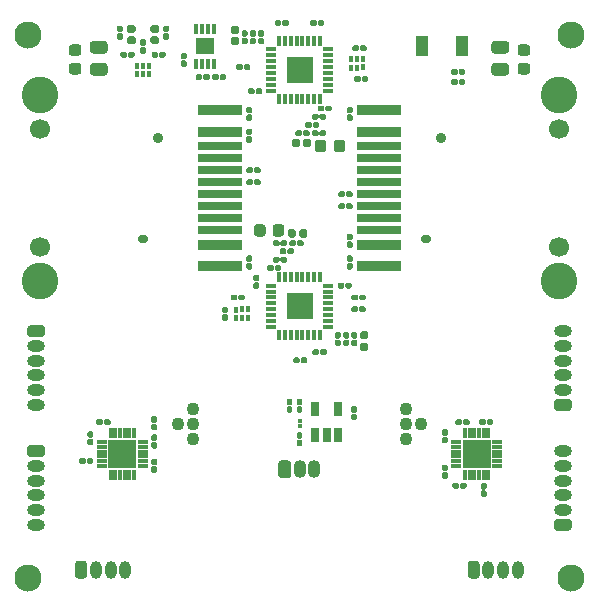
<source format=gbs>
%TF.GenerationSoftware,KiCad,Pcbnew,(5.1.6)-1*%
%TF.CreationDate,2021-04-12T15:21:16+02:00*%
%TF.ProjectId,EcatExBrd,45636174-4578-4427-9264-2e6b69636164,1.0*%
%TF.SameCoordinates,Original*%
%TF.FileFunction,Soldermask,Bot*%
%TF.FilePolarity,Negative*%
%FSLAX46Y46*%
G04 Gerber Fmt 4.6, Leading zero omitted, Abs format (unit mm)*
G04 Created by KiCad (PCBNEW (5.1.6)-1) date 2021-04-12 15:21:16*
%MOMM*%
%LPD*%
G01*
G04 APERTURE LIST*
%ADD10R,0.304000X0.806399*%
%ADD11R,0.806399X0.304000*%
%ADD12R,2.487600X2.487600*%
%ADD13O,0.900000X0.700000*%
%ADD14C,0.900000*%
%ADD15R,0.400000X0.900000*%
%ADD16R,0.900000X0.400000*%
%ADD17R,2.300000X2.300000*%
%ADD18C,3.100000*%
%ADD19C,1.700000*%
%ADD20R,3.700000X0.910000*%
%ADD21R,3.700000X0.710000*%
%ADD22R,0.350000X0.550000*%
%ADD23R,0.350000X0.500000*%
%ADD24R,0.380000X0.300000*%
%ADD25C,2.300000*%
%ADD26O,1.100000X1.500000*%
%ADD27O,1.000000X1.500000*%
%ADD28O,1.500000X1.000000*%
%ADD29R,1.000000X1.800000*%
%ADD30R,0.750000X1.160000*%
%ADD31R,1.600000X1.400000*%
%ADD32R,0.400000X0.850000*%
%ADD33C,1.100000*%
G04 APERTURE END LIST*
D10*
%TO.C,U10*%
X109000000Y-85749800D03*
X109400002Y-85749800D03*
X109800001Y-85749800D03*
X110200001Y-85749800D03*
X110600000Y-85749800D03*
X111000002Y-85749800D03*
D11*
X111750201Y-86499999D03*
X111750201Y-86900001D03*
X111750201Y-87300000D03*
X111750201Y-87700000D03*
X111750201Y-88099999D03*
X111750201Y-88500001D03*
D10*
X111000002Y-89250200D03*
X110600000Y-89250200D03*
X110200001Y-89250200D03*
X109800001Y-89250200D03*
X109400002Y-89250200D03*
X109000000Y-89250200D03*
D11*
X108249801Y-88500001D03*
X108249801Y-88099999D03*
X108249801Y-87700000D03*
X108249801Y-87300000D03*
X108249801Y-86900001D03*
X108249801Y-86499999D03*
D12*
X110000001Y-87500000D03*
%TD*%
%TO.C,C39*%
G36*
G01*
X107425000Y-86779999D02*
X107175000Y-86779999D01*
G75*
G02*
X107050000Y-86654999I0J125000D01*
G01*
X107050000Y-86344999D01*
G75*
G02*
X107175000Y-86219999I125000J0D01*
G01*
X107425000Y-86219999D01*
G75*
G02*
X107550000Y-86344999I0J-125000D01*
G01*
X107550000Y-86654999D01*
G75*
G02*
X107425000Y-86779999I-125000J0D01*
G01*
G37*
G36*
G01*
X107425000Y-86139999D02*
X107175000Y-86139999D01*
G75*
G02*
X107050000Y-86014999I0J125000D01*
G01*
X107050000Y-85704999D01*
G75*
G02*
X107175000Y-85579999I125000J0D01*
G01*
X107425000Y-85579999D01*
G75*
G02*
X107550000Y-85704999I0J-125000D01*
G01*
X107550000Y-86014999D01*
G75*
G02*
X107425000Y-86139999I-125000J0D01*
G01*
G37*
%TD*%
%TO.C,C46*%
G36*
G01*
X140474999Y-90590000D02*
X140724999Y-90590000D01*
G75*
G02*
X140849999Y-90715000I0J-125000D01*
G01*
X140849999Y-91025000D01*
G75*
G02*
X140724999Y-91150000I-125000J0D01*
G01*
X140474999Y-91150000D01*
G75*
G02*
X140349999Y-91025000I0J125000D01*
G01*
X140349999Y-90715000D01*
G75*
G02*
X140474999Y-90590000I125000J0D01*
G01*
G37*
G36*
G01*
X140474999Y-89950000D02*
X140724999Y-89950000D01*
G75*
G02*
X140849999Y-90075000I0J-125000D01*
G01*
X140849999Y-90385000D01*
G75*
G02*
X140724999Y-90510000I-125000J0D01*
G01*
X140474999Y-90510000D01*
G75*
G02*
X140349999Y-90385000I0J125000D01*
G01*
X140349999Y-90075000D01*
G75*
G02*
X140474999Y-89950000I125000J0D01*
G01*
G37*
%TD*%
D13*
%TO.C,J2*%
X135730000Y-69260000D03*
D14*
X137000000Y-60740000D03*
%TD*%
D15*
%TO.C,U8*%
X123250000Y-72550000D03*
X123750000Y-72550000D03*
X124250000Y-72550000D03*
X124750000Y-72550000D03*
X125250000Y-72550000D03*
X125750000Y-72550000D03*
X126250000Y-72550000D03*
X126750000Y-72550000D03*
D16*
X127450000Y-73250000D03*
X127450000Y-73750000D03*
X127450000Y-74250000D03*
X127450000Y-74750000D03*
X127450000Y-75250000D03*
X127450000Y-75750000D03*
X127450000Y-76250000D03*
X127450000Y-76750000D03*
D15*
X126750000Y-77450000D03*
X126250000Y-77450000D03*
X125750000Y-77450000D03*
X125250000Y-77450000D03*
X124750000Y-77450000D03*
X124250000Y-77450000D03*
X123750000Y-77450000D03*
X123250000Y-77450000D03*
D16*
X122550000Y-76750000D03*
X122550000Y-76250000D03*
X122550000Y-75750000D03*
X122550000Y-75250000D03*
X122550000Y-74750000D03*
X122550000Y-74250000D03*
X122550000Y-73750000D03*
X122550000Y-73250000D03*
D17*
X125000000Y-75000000D03*
%TD*%
D18*
%TO.C,J5*%
X147000000Y-72870000D03*
D19*
X147000000Y-70000000D03*
X147000000Y-60000000D03*
D18*
X147000000Y-57130000D03*
D20*
X131700000Y-58390000D03*
X131700000Y-60230000D03*
X131700000Y-71610000D03*
X131700000Y-69770000D03*
D21*
X131700000Y-61430000D03*
X131700000Y-62450000D03*
X131700000Y-63470000D03*
X131700000Y-64490000D03*
X131700000Y-65510000D03*
X131700000Y-66530000D03*
X131700000Y-67550000D03*
X131700000Y-68570000D03*
%TD*%
D18*
%TO.C,J4*%
X103000000Y-57130000D03*
D19*
X103000000Y-60000000D03*
X103000000Y-70000000D03*
D18*
X103000000Y-72870000D03*
D20*
X118300000Y-71610000D03*
X118300000Y-69770000D03*
X118300000Y-58390000D03*
X118300000Y-60230000D03*
D21*
X118300000Y-68570000D03*
X118300000Y-67550000D03*
X118300000Y-66530000D03*
X118300000Y-65510000D03*
X118300000Y-64490000D03*
X118300000Y-63470000D03*
X118300000Y-62450000D03*
X118300000Y-61430000D03*
%TD*%
%TO.C,C26*%
G36*
G01*
X123890000Y-70225000D02*
X123890000Y-70475000D01*
G75*
G02*
X123765000Y-70600000I-125000J0D01*
G01*
X123455000Y-70600000D01*
G75*
G02*
X123330000Y-70475000I0J125000D01*
G01*
X123330000Y-70225000D01*
G75*
G02*
X123455000Y-70100000I125000J0D01*
G01*
X123765000Y-70100000D01*
G75*
G02*
X123890000Y-70225000I0J-125000D01*
G01*
G37*
G36*
G01*
X124530000Y-70225000D02*
X124530000Y-70475000D01*
G75*
G02*
X124405000Y-70600000I-125000J0D01*
G01*
X124095000Y-70600000D01*
G75*
G02*
X123970000Y-70475000I0J125000D01*
G01*
X123970000Y-70225000D01*
G75*
G02*
X124095000Y-70100000I125000J0D01*
G01*
X124405000Y-70100000D01*
G75*
G02*
X124530000Y-70225000I0J-125000D01*
G01*
G37*
%TD*%
D22*
%TO.C,U2*%
X112250000Y-55325000D03*
D23*
X111750000Y-55350000D03*
X111250000Y-55350000D03*
X111250000Y-54650000D03*
X111750000Y-54650000D03*
X112250000Y-54650000D03*
%TD*%
%TO.C,U5*%
X130400000Y-54100000D03*
X129900000Y-54100000D03*
X129400000Y-54100000D03*
X129400000Y-54800000D03*
X129900000Y-54800000D03*
D22*
X130400000Y-54775000D03*
%TD*%
D23*
%TO.C,U7*%
X119600000Y-75950000D03*
X120100000Y-75950000D03*
X120600000Y-75950000D03*
X120600000Y-75250000D03*
X120100000Y-75250000D03*
D22*
X119600000Y-75275000D03*
%TD*%
%TO.C,C1*%
G36*
G01*
X129475000Y-84090000D02*
X129725000Y-84090000D01*
G75*
G02*
X129850000Y-84215000I0J-125000D01*
G01*
X129850000Y-84525000D01*
G75*
G02*
X129725000Y-84650000I-125000J0D01*
G01*
X129475000Y-84650000D01*
G75*
G02*
X129350000Y-84525000I0J125000D01*
G01*
X129350000Y-84215000D01*
G75*
G02*
X129475000Y-84090000I125000J0D01*
G01*
G37*
G36*
G01*
X129475000Y-83450000D02*
X129725000Y-83450000D01*
G75*
G02*
X129850000Y-83575000I0J-125000D01*
G01*
X129850000Y-83885000D01*
G75*
G02*
X129725000Y-84010000I-125000J0D01*
G01*
X129475000Y-84010000D01*
G75*
G02*
X129350000Y-83885000I0J125000D01*
G01*
X129350000Y-83575000D01*
G75*
G02*
X129475000Y-83450000I125000J0D01*
G01*
G37*
%TD*%
%TO.C,C2*%
G36*
G01*
X124025000Y-83450000D02*
X124275000Y-83450000D01*
G75*
G02*
X124400000Y-83575000I0J-125000D01*
G01*
X124400000Y-83885000D01*
G75*
G02*
X124275000Y-84010000I-125000J0D01*
G01*
X124025000Y-84010000D01*
G75*
G02*
X123900000Y-83885000I0J125000D01*
G01*
X123900000Y-83575000D01*
G75*
G02*
X124025000Y-83450000I125000J0D01*
G01*
G37*
G36*
G01*
X124025000Y-82810000D02*
X124275000Y-82810000D01*
G75*
G02*
X124400000Y-82935000I0J-125000D01*
G01*
X124400000Y-83245000D01*
G75*
G02*
X124275000Y-83370000I-125000J0D01*
G01*
X124025000Y-83370000D01*
G75*
G02*
X123900000Y-83245000I0J125000D01*
G01*
X123900000Y-82935000D01*
G75*
G02*
X124025000Y-82810000I125000J0D01*
G01*
G37*
%TD*%
%TO.C,C3*%
G36*
G01*
X115075000Y-54170000D02*
X115325000Y-54170000D01*
G75*
G02*
X115450000Y-54295000I0J-125000D01*
G01*
X115450000Y-54605000D01*
G75*
G02*
X115325000Y-54730000I-125000J0D01*
G01*
X115075000Y-54730000D01*
G75*
G02*
X114950000Y-54605000I0J125000D01*
G01*
X114950000Y-54295000D01*
G75*
G02*
X115075000Y-54170000I125000J0D01*
G01*
G37*
G36*
G01*
X115075000Y-53530000D02*
X115325000Y-53530000D01*
G75*
G02*
X115450000Y-53655000I0J-125000D01*
G01*
X115450000Y-53965000D01*
G75*
G02*
X115325000Y-54090000I-125000J0D01*
G01*
X115075000Y-54090000D01*
G75*
G02*
X114950000Y-53965000I0J125000D01*
G01*
X114950000Y-53655000D01*
G75*
G02*
X115075000Y-53530000I125000J0D01*
G01*
G37*
%TD*%
%TO.C,C7*%
G36*
G01*
X138390000Y-55875000D02*
X138390000Y-56125000D01*
G75*
G02*
X138265000Y-56250000I-125000J0D01*
G01*
X137955000Y-56250000D01*
G75*
G02*
X137830000Y-56125000I0J125000D01*
G01*
X137830000Y-55875000D01*
G75*
G02*
X137955000Y-55750000I125000J0D01*
G01*
X138265000Y-55750000D01*
G75*
G02*
X138390000Y-55875000I0J-125000D01*
G01*
G37*
G36*
G01*
X139030000Y-55875000D02*
X139030000Y-56125000D01*
G75*
G02*
X138905000Y-56250000I-125000J0D01*
G01*
X138595000Y-56250000D01*
G75*
G02*
X138470000Y-56125000I0J125000D01*
G01*
X138470000Y-55875000D01*
G75*
G02*
X138595000Y-55750000I125000J0D01*
G01*
X138905000Y-55750000D01*
G75*
G02*
X139030000Y-55875000I0J-125000D01*
G01*
G37*
%TD*%
%TO.C,C8*%
G36*
G01*
X111875000Y-53600000D02*
X111625000Y-53600000D01*
G75*
G02*
X111500000Y-53475000I0J125000D01*
G01*
X111500000Y-53165000D01*
G75*
G02*
X111625000Y-53040000I125000J0D01*
G01*
X111875000Y-53040000D01*
G75*
G02*
X112000000Y-53165000I0J-125000D01*
G01*
X112000000Y-53475000D01*
G75*
G02*
X111875000Y-53600000I-125000J0D01*
G01*
G37*
G36*
G01*
X111875000Y-52960000D02*
X111625000Y-52960000D01*
G75*
G02*
X111500000Y-52835000I0J125000D01*
G01*
X111500000Y-52525000D01*
G75*
G02*
X111625000Y-52400000I125000J0D01*
G01*
X111875000Y-52400000D01*
G75*
G02*
X112000000Y-52525000I0J-125000D01*
G01*
X112000000Y-52835000D01*
G75*
G02*
X111875000Y-52960000I-125000J0D01*
G01*
G37*
%TD*%
%TO.C,C9*%
G36*
G01*
X126690000Y-59075000D02*
X126690000Y-58825000D01*
G75*
G02*
X126815000Y-58700000I125000J0D01*
G01*
X127125000Y-58700000D01*
G75*
G02*
X127250000Y-58825000I0J-125000D01*
G01*
X127250000Y-59075000D01*
G75*
G02*
X127125000Y-59200000I-125000J0D01*
G01*
X126815000Y-59200000D01*
G75*
G02*
X126690000Y-59075000I0J125000D01*
G01*
G37*
G36*
G01*
X126050000Y-59075000D02*
X126050000Y-58825000D01*
G75*
G02*
X126175000Y-58700000I125000J0D01*
G01*
X126485000Y-58700000D01*
G75*
G02*
X126610000Y-58825000I0J-125000D01*
G01*
X126610000Y-59075000D01*
G75*
G02*
X126485000Y-59200000I-125000J0D01*
G01*
X126175000Y-59200000D01*
G75*
G02*
X126050000Y-59075000I0J125000D01*
G01*
G37*
%TD*%
%TO.C,C10*%
G36*
G01*
X121140000Y-63595000D02*
X121140000Y-63345000D01*
G75*
G02*
X121265000Y-63220000I125000J0D01*
G01*
X121575000Y-63220000D01*
G75*
G02*
X121700000Y-63345000I0J-125000D01*
G01*
X121700000Y-63595000D01*
G75*
G02*
X121575000Y-63720000I-125000J0D01*
G01*
X121265000Y-63720000D01*
G75*
G02*
X121140000Y-63595000I0J125000D01*
G01*
G37*
G36*
G01*
X120500000Y-63595000D02*
X120500000Y-63345000D01*
G75*
G02*
X120625000Y-63220000I125000J0D01*
G01*
X120935000Y-63220000D01*
G75*
G02*
X121060000Y-63345000I0J-125000D01*
G01*
X121060000Y-63595000D01*
G75*
G02*
X120935000Y-63720000I-125000J0D01*
G01*
X120625000Y-63720000D01*
G75*
G02*
X120500000Y-63595000I0J125000D01*
G01*
G37*
%TD*%
%TO.C,C11*%
G36*
G01*
X121140000Y-64615000D02*
X121140000Y-64365000D01*
G75*
G02*
X121265000Y-64240000I125000J0D01*
G01*
X121575000Y-64240000D01*
G75*
G02*
X121700000Y-64365000I0J-125000D01*
G01*
X121700000Y-64615000D01*
G75*
G02*
X121575000Y-64740000I-125000J0D01*
G01*
X121265000Y-64740000D01*
G75*
G02*
X121140000Y-64615000I0J125000D01*
G01*
G37*
G36*
G01*
X120500000Y-64615000D02*
X120500000Y-64365000D01*
G75*
G02*
X120625000Y-64240000I125000J0D01*
G01*
X120935000Y-64240000D01*
G75*
G02*
X121060000Y-64365000I0J-125000D01*
G01*
X121060000Y-64615000D01*
G75*
G02*
X120935000Y-64740000I-125000J0D01*
G01*
X120625000Y-64740000D01*
G75*
G02*
X120500000Y-64615000I0J125000D01*
G01*
G37*
%TD*%
%TO.C,C12*%
G36*
G01*
X130120000Y-53280000D02*
X130120000Y-53030000D01*
G75*
G02*
X130245000Y-52905000I125000J0D01*
G01*
X130555000Y-52905000D01*
G75*
G02*
X130680000Y-53030000I0J-125000D01*
G01*
X130680000Y-53280000D01*
G75*
G02*
X130555000Y-53405000I-125000J0D01*
G01*
X130245000Y-53405000D01*
G75*
G02*
X130120000Y-53280000I0J125000D01*
G01*
G37*
G36*
G01*
X129480000Y-53280000D02*
X129480000Y-53030000D01*
G75*
G02*
X129605000Y-52905000I125000J0D01*
G01*
X129915000Y-52905000D01*
G75*
G02*
X130040000Y-53030000I0J-125000D01*
G01*
X130040000Y-53280000D01*
G75*
G02*
X129915000Y-53405000I-125000J0D01*
G01*
X129605000Y-53405000D01*
G75*
G02*
X129480000Y-53280000I0J125000D01*
G01*
G37*
%TD*%
%TO.C,C13*%
G36*
G01*
X126110000Y-59775000D02*
X126110000Y-59525000D01*
G75*
G02*
X126235000Y-59400000I125000J0D01*
G01*
X126545000Y-59400000D01*
G75*
G02*
X126670000Y-59525000I0J-125000D01*
G01*
X126670000Y-59775000D01*
G75*
G02*
X126545000Y-59900000I-125000J0D01*
G01*
X126235000Y-59900000D01*
G75*
G02*
X126110000Y-59775000I0J125000D01*
G01*
G37*
G36*
G01*
X125470000Y-59775000D02*
X125470000Y-59525000D01*
G75*
G02*
X125595000Y-59400000I125000J0D01*
G01*
X125905000Y-59400000D01*
G75*
G02*
X126030000Y-59525000I0J-125000D01*
G01*
X126030000Y-59775000D01*
G75*
G02*
X125905000Y-59900000I-125000J0D01*
G01*
X125595000Y-59900000D01*
G75*
G02*
X125470000Y-59775000I0J125000D01*
G01*
G37*
%TD*%
%TO.C,C14*%
G36*
G01*
X125210000Y-60225000D02*
X125210000Y-60475000D01*
G75*
G02*
X125085000Y-60600000I-125000J0D01*
G01*
X124775000Y-60600000D01*
G75*
G02*
X124650000Y-60475000I0J125000D01*
G01*
X124650000Y-60225000D01*
G75*
G02*
X124775000Y-60100000I125000J0D01*
G01*
X125085000Y-60100000D01*
G75*
G02*
X125210000Y-60225000I0J-125000D01*
G01*
G37*
G36*
G01*
X125850000Y-60225000D02*
X125850000Y-60475000D01*
G75*
G02*
X125725000Y-60600000I-125000J0D01*
G01*
X125415000Y-60600000D01*
G75*
G02*
X125290000Y-60475000I0J125000D01*
G01*
X125290000Y-60225000D01*
G75*
G02*
X125415000Y-60100000I125000J0D01*
G01*
X125725000Y-60100000D01*
G75*
G02*
X125850000Y-60225000I0J-125000D01*
G01*
G37*
%TD*%
%TO.C,C15*%
G36*
G01*
X126690000Y-60475000D02*
X126690000Y-60225000D01*
G75*
G02*
X126815000Y-60100000I125000J0D01*
G01*
X127125000Y-60100000D01*
G75*
G02*
X127250000Y-60225000I0J-125000D01*
G01*
X127250000Y-60475000D01*
G75*
G02*
X127125000Y-60600000I-125000J0D01*
G01*
X126815000Y-60600000D01*
G75*
G02*
X126690000Y-60475000I0J125000D01*
G01*
G37*
G36*
G01*
X126050000Y-60475000D02*
X126050000Y-60225000D01*
G75*
G02*
X126175000Y-60100000I125000J0D01*
G01*
X126485000Y-60100000D01*
G75*
G02*
X126610000Y-60225000I0J-125000D01*
G01*
X126610000Y-60475000D01*
G75*
G02*
X126485000Y-60600000I-125000J0D01*
G01*
X126175000Y-60600000D01*
G75*
G02*
X126050000Y-60475000I0J125000D01*
G01*
G37*
%TD*%
%TO.C,C17*%
G36*
G01*
X121875000Y-52190000D02*
X121625000Y-52190000D01*
G75*
G02*
X121500000Y-52065000I0J125000D01*
G01*
X121500000Y-51755000D01*
G75*
G02*
X121625000Y-51630000I125000J0D01*
G01*
X121875000Y-51630000D01*
G75*
G02*
X122000000Y-51755000I0J-125000D01*
G01*
X122000000Y-52065000D01*
G75*
G02*
X121875000Y-52190000I-125000J0D01*
G01*
G37*
G36*
G01*
X121875000Y-52830000D02*
X121625000Y-52830000D01*
G75*
G02*
X121500000Y-52705000I0J125000D01*
G01*
X121500000Y-52395000D01*
G75*
G02*
X121625000Y-52270000I125000J0D01*
G01*
X121875000Y-52270000D01*
G75*
G02*
X122000000Y-52395000I0J-125000D01*
G01*
X122000000Y-52705000D01*
G75*
G02*
X121875000Y-52830000I-125000J0D01*
G01*
G37*
%TD*%
%TO.C,C18*%
G36*
G01*
X121175000Y-52190000D02*
X120925000Y-52190000D01*
G75*
G02*
X120800000Y-52065000I0J125000D01*
G01*
X120800000Y-51755000D01*
G75*
G02*
X120925000Y-51630000I125000J0D01*
G01*
X121175000Y-51630000D01*
G75*
G02*
X121300000Y-51755000I0J-125000D01*
G01*
X121300000Y-52065000D01*
G75*
G02*
X121175000Y-52190000I-125000J0D01*
G01*
G37*
G36*
G01*
X121175000Y-52830000D02*
X120925000Y-52830000D01*
G75*
G02*
X120800000Y-52705000I0J125000D01*
G01*
X120800000Y-52395000D01*
G75*
G02*
X120925000Y-52270000I125000J0D01*
G01*
X121175000Y-52270000D01*
G75*
G02*
X121300000Y-52395000I0J-125000D01*
G01*
X121300000Y-52705000D01*
G75*
G02*
X121175000Y-52830000I-125000J0D01*
G01*
G37*
%TD*%
%TO.C,C19*%
G36*
G01*
X120475000Y-52190000D02*
X120225000Y-52190000D01*
G75*
G02*
X120100000Y-52065000I0J125000D01*
G01*
X120100000Y-51755000D01*
G75*
G02*
X120225000Y-51630000I125000J0D01*
G01*
X120475000Y-51630000D01*
G75*
G02*
X120600000Y-51755000I0J-125000D01*
G01*
X120600000Y-52065000D01*
G75*
G02*
X120475000Y-52190000I-125000J0D01*
G01*
G37*
G36*
G01*
X120475000Y-52830000D02*
X120225000Y-52830000D01*
G75*
G02*
X120100000Y-52705000I0J125000D01*
G01*
X120100000Y-52395000D01*
G75*
G02*
X120225000Y-52270000I125000J0D01*
G01*
X120475000Y-52270000D01*
G75*
G02*
X120600000Y-52395000I0J-125000D01*
G01*
X120600000Y-52705000D01*
G75*
G02*
X120475000Y-52830000I-125000J0D01*
G01*
G37*
%TD*%
%TO.C,C21*%
G36*
G01*
X106281250Y-53800000D02*
X105718750Y-53800000D01*
G75*
G02*
X105475000Y-53556250I0J243750D01*
G01*
X105475000Y-53068750D01*
G75*
G02*
X105718750Y-52825000I243750J0D01*
G01*
X106281250Y-52825000D01*
G75*
G02*
X106525000Y-53068750I0J-243750D01*
G01*
X106525000Y-53556250D01*
G75*
G02*
X106281250Y-53800000I-243750J0D01*
G01*
G37*
G36*
G01*
X106281250Y-55375000D02*
X105718750Y-55375000D01*
G75*
G02*
X105475000Y-55131250I0J243750D01*
G01*
X105475000Y-54643750D01*
G75*
G02*
X105718750Y-54400000I243750J0D01*
G01*
X106281250Y-54400000D01*
G75*
G02*
X106525000Y-54643750I0J-243750D01*
G01*
X106525000Y-55131250D01*
G75*
G02*
X106281250Y-55375000I-243750J0D01*
G01*
G37*
%TD*%
%TO.C,C22*%
G36*
G01*
X123310000Y-70925000D02*
X123310000Y-71175000D01*
G75*
G02*
X123185000Y-71300000I-125000J0D01*
G01*
X122875000Y-71300000D01*
G75*
G02*
X122750000Y-71175000I0J125000D01*
G01*
X122750000Y-70925000D01*
G75*
G02*
X122875000Y-70800000I125000J0D01*
G01*
X123185000Y-70800000D01*
G75*
G02*
X123310000Y-70925000I0J-125000D01*
G01*
G37*
G36*
G01*
X123950000Y-70925000D02*
X123950000Y-71175000D01*
G75*
G02*
X123825000Y-71300000I-125000J0D01*
G01*
X123515000Y-71300000D01*
G75*
G02*
X123390000Y-71175000I0J125000D01*
G01*
X123390000Y-70925000D01*
G75*
G02*
X123515000Y-70800000I125000J0D01*
G01*
X123825000Y-70800000D01*
G75*
G02*
X123950000Y-70925000I0J-125000D01*
G01*
G37*
%TD*%
%TO.C,C23*%
G36*
G01*
X128860000Y-66405000D02*
X128860000Y-66655000D01*
G75*
G02*
X128735000Y-66780000I-125000J0D01*
G01*
X128425000Y-66780000D01*
G75*
G02*
X128300000Y-66655000I0J125000D01*
G01*
X128300000Y-66405000D01*
G75*
G02*
X128425000Y-66280000I125000J0D01*
G01*
X128735000Y-66280000D01*
G75*
G02*
X128860000Y-66405000I0J-125000D01*
G01*
G37*
G36*
G01*
X129500000Y-66405000D02*
X129500000Y-66655000D01*
G75*
G02*
X129375000Y-66780000I-125000J0D01*
G01*
X129065000Y-66780000D01*
G75*
G02*
X128940000Y-66655000I0J125000D01*
G01*
X128940000Y-66405000D01*
G75*
G02*
X129065000Y-66280000I125000J0D01*
G01*
X129375000Y-66280000D01*
G75*
G02*
X129500000Y-66405000I0J-125000D01*
G01*
G37*
%TD*%
%TO.C,C24*%
G36*
G01*
X128860000Y-65385000D02*
X128860000Y-65635000D01*
G75*
G02*
X128735000Y-65760000I-125000J0D01*
G01*
X128425000Y-65760000D01*
G75*
G02*
X128300000Y-65635000I0J125000D01*
G01*
X128300000Y-65385000D01*
G75*
G02*
X128425000Y-65260000I125000J0D01*
G01*
X128735000Y-65260000D01*
G75*
G02*
X128860000Y-65385000I0J-125000D01*
G01*
G37*
G36*
G01*
X129500000Y-65385000D02*
X129500000Y-65635000D01*
G75*
G02*
X129375000Y-65760000I-125000J0D01*
G01*
X129065000Y-65760000D01*
G75*
G02*
X128940000Y-65635000I0J125000D01*
G01*
X128940000Y-65385000D01*
G75*
G02*
X129065000Y-65260000I125000J0D01*
G01*
X129375000Y-65260000D01*
G75*
G02*
X129500000Y-65385000I0J-125000D01*
G01*
G37*
%TD*%
%TO.C,C25*%
G36*
G01*
X118575000Y-75670000D02*
X118825000Y-75670000D01*
G75*
G02*
X118950000Y-75795000I0J-125000D01*
G01*
X118950000Y-76105000D01*
G75*
G02*
X118825000Y-76230000I-125000J0D01*
G01*
X118575000Y-76230000D01*
G75*
G02*
X118450000Y-76105000I0J125000D01*
G01*
X118450000Y-75795000D01*
G75*
G02*
X118575000Y-75670000I125000J0D01*
G01*
G37*
G36*
G01*
X118575000Y-75030000D02*
X118825000Y-75030000D01*
G75*
G02*
X118950000Y-75155000I0J-125000D01*
G01*
X118950000Y-75465000D01*
G75*
G02*
X118825000Y-75590000I-125000J0D01*
G01*
X118575000Y-75590000D01*
G75*
G02*
X118450000Y-75465000I0J125000D01*
G01*
X118450000Y-75155000D01*
G75*
G02*
X118575000Y-75030000I125000J0D01*
G01*
G37*
%TD*%
%TO.C,C27*%
G36*
G01*
X124790000Y-69775000D02*
X124790000Y-69525000D01*
G75*
G02*
X124915000Y-69400000I125000J0D01*
G01*
X125225000Y-69400000D01*
G75*
G02*
X125350000Y-69525000I0J-125000D01*
G01*
X125350000Y-69775000D01*
G75*
G02*
X125225000Y-69900000I-125000J0D01*
G01*
X124915000Y-69900000D01*
G75*
G02*
X124790000Y-69775000I0J125000D01*
G01*
G37*
G36*
G01*
X124150000Y-69775000D02*
X124150000Y-69525000D01*
G75*
G02*
X124275000Y-69400000I125000J0D01*
G01*
X124585000Y-69400000D01*
G75*
G02*
X124710000Y-69525000I0J-125000D01*
G01*
X124710000Y-69775000D01*
G75*
G02*
X124585000Y-69900000I-125000J0D01*
G01*
X124275000Y-69900000D01*
G75*
G02*
X124150000Y-69775000I0J125000D01*
G01*
G37*
%TD*%
%TO.C,C28*%
G36*
G01*
X123310000Y-69525000D02*
X123310000Y-69775000D01*
G75*
G02*
X123185000Y-69900000I-125000J0D01*
G01*
X122875000Y-69900000D01*
G75*
G02*
X122750000Y-69775000I0J125000D01*
G01*
X122750000Y-69525000D01*
G75*
G02*
X122875000Y-69400000I125000J0D01*
G01*
X123185000Y-69400000D01*
G75*
G02*
X123310000Y-69525000I0J-125000D01*
G01*
G37*
G36*
G01*
X123950000Y-69525000D02*
X123950000Y-69775000D01*
G75*
G02*
X123825000Y-69900000I-125000J0D01*
G01*
X123515000Y-69900000D01*
G75*
G02*
X123390000Y-69775000I0J125000D01*
G01*
X123390000Y-69525000D01*
G75*
G02*
X123515000Y-69400000I125000J0D01*
G01*
X123825000Y-69400000D01*
G75*
G02*
X123950000Y-69525000I0J-125000D01*
G01*
G37*
%TD*%
%TO.C,C30*%
G36*
G01*
X128125000Y-77810000D02*
X128375000Y-77810000D01*
G75*
G02*
X128500000Y-77935000I0J-125000D01*
G01*
X128500000Y-78245000D01*
G75*
G02*
X128375000Y-78370000I-125000J0D01*
G01*
X128125000Y-78370000D01*
G75*
G02*
X128000000Y-78245000I0J125000D01*
G01*
X128000000Y-77935000D01*
G75*
G02*
X128125000Y-77810000I125000J0D01*
G01*
G37*
G36*
G01*
X128125000Y-77170000D02*
X128375000Y-77170000D01*
G75*
G02*
X128500000Y-77295000I0J-125000D01*
G01*
X128500000Y-77605000D01*
G75*
G02*
X128375000Y-77730000I-125000J0D01*
G01*
X128125000Y-77730000D01*
G75*
G02*
X128000000Y-77605000I0J125000D01*
G01*
X128000000Y-77295000D01*
G75*
G02*
X128125000Y-77170000I125000J0D01*
G01*
G37*
%TD*%
%TO.C,C31*%
G36*
G01*
X128825000Y-77810000D02*
X129075000Y-77810000D01*
G75*
G02*
X129200000Y-77935000I0J-125000D01*
G01*
X129200000Y-78245000D01*
G75*
G02*
X129075000Y-78370000I-125000J0D01*
G01*
X128825000Y-78370000D01*
G75*
G02*
X128700000Y-78245000I0J125000D01*
G01*
X128700000Y-77935000D01*
G75*
G02*
X128825000Y-77810000I125000J0D01*
G01*
G37*
G36*
G01*
X128825000Y-77170000D02*
X129075000Y-77170000D01*
G75*
G02*
X129200000Y-77295000I0J-125000D01*
G01*
X129200000Y-77605000D01*
G75*
G02*
X129075000Y-77730000I-125000J0D01*
G01*
X128825000Y-77730000D01*
G75*
G02*
X128700000Y-77605000I0J125000D01*
G01*
X128700000Y-77295000D01*
G75*
G02*
X128825000Y-77170000I125000J0D01*
G01*
G37*
%TD*%
%TO.C,C32*%
G36*
G01*
X129525000Y-77810000D02*
X129775000Y-77810000D01*
G75*
G02*
X129900000Y-77935000I0J-125000D01*
G01*
X129900000Y-78245000D01*
G75*
G02*
X129775000Y-78370000I-125000J0D01*
G01*
X129525000Y-78370000D01*
G75*
G02*
X129400000Y-78245000I0J125000D01*
G01*
X129400000Y-77935000D01*
G75*
G02*
X129525000Y-77810000I125000J0D01*
G01*
G37*
G36*
G01*
X129525000Y-77170000D02*
X129775000Y-77170000D01*
G75*
G02*
X129900000Y-77295000I0J-125000D01*
G01*
X129900000Y-77605000D01*
G75*
G02*
X129775000Y-77730000I-125000J0D01*
G01*
X129525000Y-77730000D01*
G75*
G02*
X129400000Y-77605000I0J125000D01*
G01*
X129400000Y-77295000D01*
G75*
G02*
X129525000Y-77170000I125000J0D01*
G01*
G37*
%TD*%
%TO.C,C34*%
G36*
G01*
X144281250Y-53800000D02*
X143718750Y-53800000D01*
G75*
G02*
X143475000Y-53556250I0J243750D01*
G01*
X143475000Y-53068750D01*
G75*
G02*
X143718750Y-52825000I243750J0D01*
G01*
X144281250Y-52825000D01*
G75*
G02*
X144525000Y-53068750I0J-243750D01*
G01*
X144525000Y-53556250D01*
G75*
G02*
X144281250Y-53800000I-243750J0D01*
G01*
G37*
G36*
G01*
X144281250Y-55375000D02*
X143718750Y-55375000D01*
G75*
G02*
X143475000Y-55131250I0J243750D01*
G01*
X143475000Y-54643750D01*
G75*
G02*
X143718750Y-54400000I243750J0D01*
G01*
X144281250Y-54400000D01*
G75*
G02*
X144525000Y-54643750I0J-243750D01*
G01*
X144525000Y-55131250D01*
G75*
G02*
X144281250Y-55375000I-243750J0D01*
G01*
G37*
%TD*%
%TO.C,C36*%
G36*
G01*
X109001999Y-84675000D02*
X109001999Y-84925000D01*
G75*
G02*
X108876999Y-85050000I-125000J0D01*
G01*
X108566999Y-85050000D01*
G75*
G02*
X108441999Y-84925000I0J125000D01*
G01*
X108441999Y-84675000D01*
G75*
G02*
X108566999Y-84550000I125000J0D01*
G01*
X108876999Y-84550000D01*
G75*
G02*
X109001999Y-84675000I0J-125000D01*
G01*
G37*
G36*
G01*
X108361999Y-84675000D02*
X108361999Y-84925000D01*
G75*
G02*
X108236999Y-85050000I-125000J0D01*
G01*
X107926999Y-85050000D01*
G75*
G02*
X107801999Y-84925000I0J125000D01*
G01*
X107801999Y-84675000D01*
G75*
G02*
X107926999Y-84550000I125000J0D01*
G01*
X108236999Y-84550000D01*
G75*
G02*
X108361999Y-84675000I0J-125000D01*
G01*
G37*
%TD*%
%TO.C,C37*%
G36*
G01*
X112575000Y-87900000D02*
X112825000Y-87900000D01*
G75*
G02*
X112950000Y-88025000I0J-125000D01*
G01*
X112950000Y-88335000D01*
G75*
G02*
X112825000Y-88460000I-125000J0D01*
G01*
X112575000Y-88460000D01*
G75*
G02*
X112450000Y-88335000I0J125000D01*
G01*
X112450000Y-88025000D01*
G75*
G02*
X112575000Y-87900000I125000J0D01*
G01*
G37*
G36*
G01*
X112575000Y-88540000D02*
X112825000Y-88540000D01*
G75*
G02*
X112950000Y-88665000I0J-125000D01*
G01*
X112950000Y-88975000D01*
G75*
G02*
X112825000Y-89100000I-125000J0D01*
G01*
X112575000Y-89100000D01*
G75*
G02*
X112450000Y-88975000I0J125000D01*
G01*
X112450000Y-88665000D01*
G75*
G02*
X112575000Y-88540000I125000J0D01*
G01*
G37*
%TD*%
%TO.C,C38*%
G36*
G01*
X107550000Y-87974999D02*
X107550000Y-88224999D01*
G75*
G02*
X107425000Y-88349999I-125000J0D01*
G01*
X107115000Y-88349999D01*
G75*
G02*
X106990000Y-88224999I0J125000D01*
G01*
X106990000Y-87974999D01*
G75*
G02*
X107115000Y-87849999I125000J0D01*
G01*
X107425000Y-87849999D01*
G75*
G02*
X107550000Y-87974999I0J-125000D01*
G01*
G37*
G36*
G01*
X106910000Y-87974999D02*
X106910000Y-88224999D01*
G75*
G02*
X106785000Y-88349999I-125000J0D01*
G01*
X106475000Y-88349999D01*
G75*
G02*
X106350000Y-88224999I0J125000D01*
G01*
X106350000Y-87974999D01*
G75*
G02*
X106475000Y-87849999I125000J0D01*
G01*
X106785000Y-87849999D01*
G75*
G02*
X106910000Y-87974999I0J-125000D01*
G01*
G37*
%TD*%
%TO.C,C44*%
G36*
G01*
X137175000Y-89040000D02*
X137425000Y-89040000D01*
G75*
G02*
X137550000Y-89165000I0J-125000D01*
G01*
X137550000Y-89475000D01*
G75*
G02*
X137425000Y-89600000I-125000J0D01*
G01*
X137175000Y-89600000D01*
G75*
G02*
X137050000Y-89475000I0J125000D01*
G01*
X137050000Y-89165000D01*
G75*
G02*
X137175000Y-89040000I125000J0D01*
G01*
G37*
G36*
G01*
X137175000Y-88400000D02*
X137425000Y-88400000D01*
G75*
G02*
X137550000Y-88525000I0J-125000D01*
G01*
X137550000Y-88835000D01*
G75*
G02*
X137425000Y-88960000I-125000J0D01*
G01*
X137175000Y-88960000D01*
G75*
G02*
X137050000Y-88835000I0J125000D01*
G01*
X137050000Y-88525000D01*
G75*
G02*
X137175000Y-88400000I125000J0D01*
G01*
G37*
%TD*%
%TO.C,C45*%
G36*
G01*
X140840000Y-84925000D02*
X140840000Y-84675000D01*
G75*
G02*
X140965000Y-84550000I125000J0D01*
G01*
X141275000Y-84550000D01*
G75*
G02*
X141400000Y-84675000I0J-125000D01*
G01*
X141400000Y-84925000D01*
G75*
G02*
X141275000Y-85050000I-125000J0D01*
G01*
X140965000Y-85050000D01*
G75*
G02*
X140840000Y-84925000I0J125000D01*
G01*
G37*
G36*
G01*
X140200000Y-84925000D02*
X140200000Y-84675000D01*
G75*
G02*
X140325000Y-84550000I125000J0D01*
G01*
X140635000Y-84550000D01*
G75*
G02*
X140760000Y-84675000I0J-125000D01*
G01*
X140760000Y-84925000D01*
G75*
G02*
X140635000Y-85050000I-125000J0D01*
G01*
X140325000Y-85050000D01*
G75*
G02*
X140200000Y-84925000I0J125000D01*
G01*
G37*
%TD*%
%TO.C,C47*%
G36*
G01*
X138510000Y-90075000D02*
X138510000Y-90325000D01*
G75*
G02*
X138385000Y-90450000I-125000J0D01*
G01*
X138075000Y-90450000D01*
G75*
G02*
X137950000Y-90325000I0J125000D01*
G01*
X137950000Y-90075000D01*
G75*
G02*
X138075000Y-89950000I125000J0D01*
G01*
X138385000Y-89950000D01*
G75*
G02*
X138510000Y-90075000I0J-125000D01*
G01*
G37*
G36*
G01*
X139150000Y-90075000D02*
X139150000Y-90325000D01*
G75*
G02*
X139025000Y-90450000I-125000J0D01*
G01*
X138715000Y-90450000D01*
G75*
G02*
X138590000Y-90325000I0J125000D01*
G01*
X138590000Y-90075000D01*
G75*
G02*
X138715000Y-89950000I125000J0D01*
G01*
X139025000Y-89950000D01*
G75*
G02*
X139150000Y-90075000I0J-125000D01*
G01*
G37*
%TD*%
D24*
%TO.C,D1*%
X125000000Y-84700000D03*
X125000000Y-85100000D03*
%TD*%
%TO.C,D2*%
G36*
G01*
X112947500Y-51860000D02*
X112552500Y-51860000D01*
G75*
G02*
X112380000Y-51687500I0J172500D01*
G01*
X112380000Y-51342500D01*
G75*
G02*
X112552500Y-51170000I172500J0D01*
G01*
X112947500Y-51170000D01*
G75*
G02*
X113120000Y-51342500I0J-172500D01*
G01*
X113120000Y-51687500D01*
G75*
G02*
X112947500Y-51860000I-172500J0D01*
G01*
G37*
G36*
G01*
X112947500Y-52830000D02*
X112552500Y-52830000D01*
G75*
G02*
X112380000Y-52657500I0J172500D01*
G01*
X112380000Y-52312500D01*
G75*
G02*
X112552500Y-52140000I172500J0D01*
G01*
X112947500Y-52140000D01*
G75*
G02*
X113120000Y-52312500I0J-172500D01*
G01*
X113120000Y-52657500D01*
G75*
G02*
X112947500Y-52830000I-172500J0D01*
G01*
G37*
%TD*%
%TO.C,D3*%
G36*
G01*
X110947500Y-51860000D02*
X110552500Y-51860000D01*
G75*
G02*
X110380000Y-51687500I0J172500D01*
G01*
X110380000Y-51342500D01*
G75*
G02*
X110552500Y-51170000I172500J0D01*
G01*
X110947500Y-51170000D01*
G75*
G02*
X111120000Y-51342500I0J-172500D01*
G01*
X111120000Y-51687500D01*
G75*
G02*
X110947500Y-51860000I-172500J0D01*
G01*
G37*
G36*
G01*
X110947500Y-52830000D02*
X110552500Y-52830000D01*
G75*
G02*
X110380000Y-52657500I0J172500D01*
G01*
X110380000Y-52312500D01*
G75*
G02*
X110552500Y-52140000I172500J0D01*
G01*
X110947500Y-52140000D01*
G75*
G02*
X111120000Y-52312500I0J-172500D01*
G01*
X111120000Y-52657500D01*
G75*
G02*
X110947500Y-52830000I-172500J0D01*
G01*
G37*
%TD*%
%TO.C,FB2*%
G36*
G01*
X128855000Y-61148750D02*
X128855000Y-61711250D01*
G75*
G02*
X128611250Y-61955000I-243750J0D01*
G01*
X128123750Y-61955000D01*
G75*
G02*
X127880000Y-61711250I0J243750D01*
G01*
X127880000Y-61148750D01*
G75*
G02*
X128123750Y-60905000I243750J0D01*
G01*
X128611250Y-60905000D01*
G75*
G02*
X128855000Y-61148750I0J-243750D01*
G01*
G37*
G36*
G01*
X127280000Y-61148750D02*
X127280000Y-61711250D01*
G75*
G02*
X127036250Y-61955000I-243750J0D01*
G01*
X126548750Y-61955000D01*
G75*
G02*
X126305000Y-61711250I0J243750D01*
G01*
X126305000Y-61148750D01*
G75*
G02*
X126548750Y-60905000I243750J0D01*
G01*
X127036250Y-60905000D01*
G75*
G02*
X127280000Y-61148750I0J-243750D01*
G01*
G37*
%TD*%
%TO.C,FB3*%
G36*
G01*
X122725000Y-68851250D02*
X122725000Y-68288750D01*
G75*
G02*
X122968750Y-68045000I243750J0D01*
G01*
X123456250Y-68045000D01*
G75*
G02*
X123700000Y-68288750I0J-243750D01*
G01*
X123700000Y-68851250D01*
G75*
G02*
X123456250Y-69095000I-243750J0D01*
G01*
X122968750Y-69095000D01*
G75*
G02*
X122725000Y-68851250I0J243750D01*
G01*
G37*
G36*
G01*
X121150000Y-68851250D02*
X121150000Y-68288750D01*
G75*
G02*
X121393750Y-68045000I243750J0D01*
G01*
X121881250Y-68045000D01*
G75*
G02*
X122125000Y-68288750I0J-243750D01*
G01*
X122125000Y-68851250D01*
G75*
G02*
X121881250Y-69095000I-243750J0D01*
G01*
X121393750Y-69095000D01*
G75*
G02*
X121150000Y-68851250I0J243750D01*
G01*
G37*
%TD*%
D25*
%TO.C,H1*%
X102000000Y-98000000D03*
%TD*%
%TO.C,H2*%
X148000000Y-52000000D03*
%TD*%
%TO.C,H3*%
X102000000Y-52000000D03*
%TD*%
%TO.C,H4*%
X148000000Y-98000000D03*
%TD*%
D26*
%TO.C,J1*%
X126250000Y-88800000D03*
X125000000Y-88800000D03*
G36*
G01*
X123200000Y-89275000D02*
X123200000Y-88325000D01*
G75*
G02*
X123475000Y-88050000I275000J0D01*
G01*
X124025000Y-88050000D01*
G75*
G02*
X124300000Y-88325000I0J-275000D01*
G01*
X124300000Y-89275000D01*
G75*
G02*
X124025000Y-89550000I-275000J0D01*
G01*
X123475000Y-89550000D01*
G75*
G02*
X123200000Y-89275000I0J275000D01*
G01*
G37*
%TD*%
D13*
%TO.C,J3*%
X111730000Y-69260000D03*
D14*
X113000000Y-60740000D03*
%TD*%
D27*
%TO.C,J6*%
X110250000Y-97300000D03*
X109000000Y-97300000D03*
X107750000Y-97300000D03*
G36*
G01*
X106000000Y-97800000D02*
X106000000Y-96800000D01*
G75*
G02*
X106250000Y-96550000I250000J0D01*
G01*
X106750000Y-96550000D01*
G75*
G02*
X107000000Y-96800000I0J-250000D01*
G01*
X107000000Y-97800000D01*
G75*
G02*
X106750000Y-98050000I-250000J0D01*
G01*
X106250000Y-98050000D01*
G75*
G02*
X106000000Y-97800000I0J250000D01*
G01*
G37*
%TD*%
D28*
%TO.C,J7*%
X102700000Y-93500000D03*
X102700000Y-92250000D03*
X102700000Y-91000000D03*
X102700000Y-89750000D03*
X102700000Y-88500000D03*
G36*
G01*
X102200000Y-86750000D02*
X103200000Y-86750000D01*
G75*
G02*
X103450000Y-87000000I0J-250000D01*
G01*
X103450000Y-87500000D01*
G75*
G02*
X103200000Y-87750000I-250000J0D01*
G01*
X102200000Y-87750000D01*
G75*
G02*
X101950000Y-87500000I0J250000D01*
G01*
X101950000Y-87000000D01*
G75*
G02*
X102200000Y-86750000I250000J0D01*
G01*
G37*
%TD*%
D27*
%TO.C,J9*%
X143500000Y-97300000D03*
X142250000Y-97300000D03*
X141000000Y-97300000D03*
G36*
G01*
X139250000Y-97800000D02*
X139250000Y-96800000D01*
G75*
G02*
X139500000Y-96550000I250000J0D01*
G01*
X140000000Y-96550000D01*
G75*
G02*
X140250000Y-96800000I0J-250000D01*
G01*
X140250000Y-97800000D01*
G75*
G02*
X140000000Y-98050000I-250000J0D01*
G01*
X139500000Y-98050000D01*
G75*
G02*
X139250000Y-97800000I0J250000D01*
G01*
G37*
%TD*%
D28*
%TO.C,J10*%
X147300000Y-87250000D03*
X147300000Y-88500000D03*
X147300000Y-89750000D03*
X147300000Y-91000000D03*
X147300000Y-92250000D03*
G36*
G01*
X147800000Y-94000000D02*
X146800000Y-94000000D01*
G75*
G02*
X146550000Y-93750000I0J250000D01*
G01*
X146550000Y-93250000D01*
G75*
G02*
X146800000Y-93000000I250000J0D01*
G01*
X147800000Y-93000000D01*
G75*
G02*
X148050000Y-93250000I0J-250000D01*
G01*
X148050000Y-93750000D01*
G75*
G02*
X147800000Y-94000000I-250000J0D01*
G01*
G37*
%TD*%
%TO.C,R1*%
G36*
G01*
X121225000Y-72970000D02*
X121475000Y-72970000D01*
G75*
G02*
X121600000Y-73095000I0J-125000D01*
G01*
X121600000Y-73405000D01*
G75*
G02*
X121475000Y-73530000I-125000J0D01*
G01*
X121225000Y-73530000D01*
G75*
G02*
X121100000Y-73405000I0J125000D01*
G01*
X121100000Y-73095000D01*
G75*
G02*
X121225000Y-72970000I125000J0D01*
G01*
G37*
G36*
G01*
X121225000Y-72330000D02*
X121475000Y-72330000D01*
G75*
G02*
X121600000Y-72455000I0J-125000D01*
G01*
X121600000Y-72765000D01*
G75*
G02*
X121475000Y-72890000I-125000J0D01*
G01*
X121225000Y-72890000D01*
G75*
G02*
X121100000Y-72765000I0J125000D01*
G01*
X121100000Y-72455000D01*
G75*
G02*
X121225000Y-72330000I125000J0D01*
G01*
G37*
%TD*%
%TO.C,R2*%
G36*
G01*
X129960000Y-74125000D02*
X129960000Y-74375000D01*
G75*
G02*
X129835000Y-74500000I-125000J0D01*
G01*
X129525000Y-74500000D01*
G75*
G02*
X129400000Y-74375000I0J125000D01*
G01*
X129400000Y-74125000D01*
G75*
G02*
X129525000Y-74000000I125000J0D01*
G01*
X129835000Y-74000000D01*
G75*
G02*
X129960000Y-74125000I0J-125000D01*
G01*
G37*
G36*
G01*
X130600000Y-74125000D02*
X130600000Y-74375000D01*
G75*
G02*
X130475000Y-74500000I-125000J0D01*
G01*
X130165000Y-74500000D01*
G75*
G02*
X130040000Y-74375000I0J125000D01*
G01*
X130040000Y-74125000D01*
G75*
G02*
X130165000Y-74000000I125000J0D01*
G01*
X130475000Y-74000000D01*
G75*
G02*
X130600000Y-74125000I0J-125000D01*
G01*
G37*
%TD*%
%TO.C,R3*%
G36*
G01*
X126460000Y-50875000D02*
X126460000Y-51125000D01*
G75*
G02*
X126335000Y-51250000I-125000J0D01*
G01*
X126025000Y-51250000D01*
G75*
G02*
X125900000Y-51125000I0J125000D01*
G01*
X125900000Y-50875000D01*
G75*
G02*
X126025000Y-50750000I125000J0D01*
G01*
X126335000Y-50750000D01*
G75*
G02*
X126460000Y-50875000I0J-125000D01*
G01*
G37*
G36*
G01*
X127100000Y-50875000D02*
X127100000Y-51125000D01*
G75*
G02*
X126975000Y-51250000I-125000J0D01*
G01*
X126665000Y-51250000D01*
G75*
G02*
X126540000Y-51125000I0J125000D01*
G01*
X126540000Y-50875000D01*
G75*
G02*
X126665000Y-50750000I125000J0D01*
G01*
X126975000Y-50750000D01*
G75*
G02*
X127100000Y-50875000I0J-125000D01*
G01*
G37*
%TD*%
%TO.C,R4*%
G36*
G01*
X125030000Y-79450000D02*
X125030000Y-79700000D01*
G75*
G02*
X124905000Y-79825000I-125000J0D01*
G01*
X124595000Y-79825000D01*
G75*
G02*
X124470000Y-79700000I0J125000D01*
G01*
X124470000Y-79450000D01*
G75*
G02*
X124595000Y-79325000I125000J0D01*
G01*
X124905000Y-79325000D01*
G75*
G02*
X125030000Y-79450000I0J-125000D01*
G01*
G37*
G36*
G01*
X125670000Y-79450000D02*
X125670000Y-79700000D01*
G75*
G02*
X125545000Y-79825000I-125000J0D01*
G01*
X125235000Y-79825000D01*
G75*
G02*
X125110000Y-79700000I0J125000D01*
G01*
X125110000Y-79450000D01*
G75*
G02*
X125235000Y-79325000I125000J0D01*
G01*
X125545000Y-79325000D01*
G75*
G02*
X125670000Y-79450000I0J-125000D01*
G01*
G37*
%TD*%
%TO.C,R6*%
G36*
G01*
X124875000Y-86290000D02*
X125125000Y-86290000D01*
G75*
G02*
X125250000Y-86415000I0J-125000D01*
G01*
X125250000Y-86725000D01*
G75*
G02*
X125125000Y-86850000I-125000J0D01*
G01*
X124875000Y-86850000D01*
G75*
G02*
X124750000Y-86725000I0J125000D01*
G01*
X124750000Y-86415000D01*
G75*
G02*
X124875000Y-86290000I125000J0D01*
G01*
G37*
G36*
G01*
X124875000Y-85650000D02*
X125125000Y-85650000D01*
G75*
G02*
X125250000Y-85775000I0J-125000D01*
G01*
X125250000Y-86085000D01*
G75*
G02*
X125125000Y-86210000I-125000J0D01*
G01*
X124875000Y-86210000D01*
G75*
G02*
X124750000Y-86085000I0J125000D01*
G01*
X124750000Y-85775000D01*
G75*
G02*
X124875000Y-85650000I125000J0D01*
G01*
G37*
%TD*%
%TO.C,R7*%
G36*
G01*
X125125000Y-83370000D02*
X124875000Y-83370000D01*
G75*
G02*
X124750000Y-83245000I0J125000D01*
G01*
X124750000Y-82935000D01*
G75*
G02*
X124875000Y-82810000I125000J0D01*
G01*
X125125000Y-82810000D01*
G75*
G02*
X125250000Y-82935000I0J-125000D01*
G01*
X125250000Y-83245000D01*
G75*
G02*
X125125000Y-83370000I-125000J0D01*
G01*
G37*
G36*
G01*
X125125000Y-84010000D02*
X124875000Y-84010000D01*
G75*
G02*
X124750000Y-83885000I0J125000D01*
G01*
X124750000Y-83575000D01*
G75*
G02*
X124875000Y-83450000I125000J0D01*
G01*
X125125000Y-83450000D01*
G75*
G02*
X125250000Y-83575000I0J-125000D01*
G01*
X125250000Y-83885000D01*
G75*
G02*
X125125000Y-84010000I-125000J0D01*
G01*
G37*
%TD*%
%TO.C,R8*%
G36*
G01*
X113110000Y-53825000D02*
X113110000Y-53575000D01*
G75*
G02*
X113235000Y-53450000I125000J0D01*
G01*
X113545000Y-53450000D01*
G75*
G02*
X113670000Y-53575000I0J-125000D01*
G01*
X113670000Y-53825000D01*
G75*
G02*
X113545000Y-53950000I-125000J0D01*
G01*
X113235000Y-53950000D01*
G75*
G02*
X113110000Y-53825000I0J125000D01*
G01*
G37*
G36*
G01*
X112470000Y-53825000D02*
X112470000Y-53575000D01*
G75*
G02*
X112595000Y-53450000I125000J0D01*
G01*
X112905000Y-53450000D01*
G75*
G02*
X113030000Y-53575000I0J-125000D01*
G01*
X113030000Y-53825000D01*
G75*
G02*
X112905000Y-53950000I-125000J0D01*
G01*
X112595000Y-53950000D01*
G75*
G02*
X112470000Y-53825000I0J125000D01*
G01*
G37*
%TD*%
%TO.C,R9*%
G36*
G01*
X113595000Y-51875000D02*
X113845000Y-51875000D01*
G75*
G02*
X113970000Y-52000000I0J-125000D01*
G01*
X113970000Y-52310000D01*
G75*
G02*
X113845000Y-52435000I-125000J0D01*
G01*
X113595000Y-52435000D01*
G75*
G02*
X113470000Y-52310000I0J125000D01*
G01*
X113470000Y-52000000D01*
G75*
G02*
X113595000Y-51875000I125000J0D01*
G01*
G37*
G36*
G01*
X113595000Y-51235000D02*
X113845000Y-51235000D01*
G75*
G02*
X113970000Y-51360000I0J-125000D01*
G01*
X113970000Y-51670000D01*
G75*
G02*
X113845000Y-51795000I-125000J0D01*
G01*
X113595000Y-51795000D01*
G75*
G02*
X113470000Y-51670000I0J125000D01*
G01*
X113470000Y-51360000D01*
G75*
G02*
X113595000Y-51235000I125000J0D01*
G01*
G37*
%TD*%
%TO.C,R10*%
G36*
G01*
X110390000Y-53575000D02*
X110390000Y-53825000D01*
G75*
G02*
X110265000Y-53950000I-125000J0D01*
G01*
X109955000Y-53950000D01*
G75*
G02*
X109830000Y-53825000I0J125000D01*
G01*
X109830000Y-53575000D01*
G75*
G02*
X109955000Y-53450000I125000J0D01*
G01*
X110265000Y-53450000D01*
G75*
G02*
X110390000Y-53575000I0J-125000D01*
G01*
G37*
G36*
G01*
X111030000Y-53575000D02*
X111030000Y-53825000D01*
G75*
G02*
X110905000Y-53950000I-125000J0D01*
G01*
X110595000Y-53950000D01*
G75*
G02*
X110470000Y-53825000I0J125000D01*
G01*
X110470000Y-53575000D01*
G75*
G02*
X110595000Y-53450000I125000J0D01*
G01*
X110905000Y-53450000D01*
G75*
G02*
X111030000Y-53575000I0J-125000D01*
G01*
G37*
%TD*%
%TO.C,R11*%
G36*
G01*
X109655000Y-51875000D02*
X109905000Y-51875000D01*
G75*
G02*
X110030000Y-52000000I0J-125000D01*
G01*
X110030000Y-52310000D01*
G75*
G02*
X109905000Y-52435000I-125000J0D01*
G01*
X109655000Y-52435000D01*
G75*
G02*
X109530000Y-52310000I0J125000D01*
G01*
X109530000Y-52000000D01*
G75*
G02*
X109655000Y-51875000I125000J0D01*
G01*
G37*
G36*
G01*
X109655000Y-51235000D02*
X109905000Y-51235000D01*
G75*
G02*
X110030000Y-51360000I0J-125000D01*
G01*
X110030000Y-51670000D01*
G75*
G02*
X109905000Y-51795000I-125000J0D01*
G01*
X109655000Y-51795000D01*
G75*
G02*
X109530000Y-51670000I0J125000D01*
G01*
X109530000Y-51360000D01*
G75*
G02*
X109655000Y-51235000I125000J0D01*
G01*
G37*
%TD*%
%TO.C,R12*%
G36*
G01*
X138470000Y-55275000D02*
X138470000Y-55025000D01*
G75*
G02*
X138595000Y-54900000I125000J0D01*
G01*
X138905000Y-54900000D01*
G75*
G02*
X139030000Y-55025000I0J-125000D01*
G01*
X139030000Y-55275000D01*
G75*
G02*
X138905000Y-55400000I-125000J0D01*
G01*
X138595000Y-55400000D01*
G75*
G02*
X138470000Y-55275000I0J125000D01*
G01*
G37*
G36*
G01*
X137830000Y-55275000D02*
X137830000Y-55025000D01*
G75*
G02*
X137955000Y-54900000I125000J0D01*
G01*
X138265000Y-54900000D01*
G75*
G02*
X138390000Y-55025000I0J-125000D01*
G01*
X138390000Y-55275000D01*
G75*
G02*
X138265000Y-55400000I-125000J0D01*
G01*
X137955000Y-55400000D01*
G75*
G02*
X137830000Y-55275000I0J125000D01*
G01*
G37*
%TD*%
%TO.C,R16*%
G36*
G01*
X118160000Y-55475000D02*
X118160000Y-55725000D01*
G75*
G02*
X118035000Y-55850000I-125000J0D01*
G01*
X117725000Y-55850000D01*
G75*
G02*
X117600000Y-55725000I0J125000D01*
G01*
X117600000Y-55475000D01*
G75*
G02*
X117725000Y-55350000I125000J0D01*
G01*
X118035000Y-55350000D01*
G75*
G02*
X118160000Y-55475000I0J-125000D01*
G01*
G37*
G36*
G01*
X118800000Y-55475000D02*
X118800000Y-55725000D01*
G75*
G02*
X118675000Y-55850000I-125000J0D01*
G01*
X118365000Y-55850000D01*
G75*
G02*
X118240000Y-55725000I0J125000D01*
G01*
X118240000Y-55475000D01*
G75*
G02*
X118365000Y-55350000I125000J0D01*
G01*
X118675000Y-55350000D01*
G75*
G02*
X118800000Y-55475000I0J-125000D01*
G01*
G37*
%TD*%
%TO.C,R17*%
G36*
G01*
X116840000Y-55725000D02*
X116840000Y-55475000D01*
G75*
G02*
X116965000Y-55350000I125000J0D01*
G01*
X117275000Y-55350000D01*
G75*
G02*
X117400000Y-55475000I0J-125000D01*
G01*
X117400000Y-55725000D01*
G75*
G02*
X117275000Y-55850000I-125000J0D01*
G01*
X116965000Y-55850000D01*
G75*
G02*
X116840000Y-55725000I0J125000D01*
G01*
G37*
G36*
G01*
X116200000Y-55725000D02*
X116200000Y-55475000D01*
G75*
G02*
X116325000Y-55350000I125000J0D01*
G01*
X116635000Y-55350000D01*
G75*
G02*
X116760000Y-55475000I0J-125000D01*
G01*
X116760000Y-55725000D01*
G75*
G02*
X116635000Y-55850000I-125000J0D01*
G01*
X116325000Y-55850000D01*
G75*
G02*
X116200000Y-55725000I0J125000D01*
G01*
G37*
%TD*%
%TO.C,R18*%
G36*
G01*
X120290000Y-54875000D02*
X120290000Y-54625000D01*
G75*
G02*
X120415000Y-54500000I125000J0D01*
G01*
X120725000Y-54500000D01*
G75*
G02*
X120850000Y-54625000I0J-125000D01*
G01*
X120850000Y-54875000D01*
G75*
G02*
X120725000Y-55000000I-125000J0D01*
G01*
X120415000Y-55000000D01*
G75*
G02*
X120290000Y-54875000I0J125000D01*
G01*
G37*
G36*
G01*
X119650000Y-54875000D02*
X119650000Y-54625000D01*
G75*
G02*
X119775000Y-54500000I125000J0D01*
G01*
X120085000Y-54500000D01*
G75*
G02*
X120210000Y-54625000I0J-125000D01*
G01*
X120210000Y-54875000D01*
G75*
G02*
X120085000Y-55000000I-125000J0D01*
G01*
X119775000Y-55000000D01*
G75*
G02*
X119650000Y-54875000I0J125000D01*
G01*
G37*
%TD*%
%TO.C,R19*%
G36*
G01*
X123540000Y-51125000D02*
X123540000Y-50875000D01*
G75*
G02*
X123665000Y-50750000I125000J0D01*
G01*
X123975000Y-50750000D01*
G75*
G02*
X124100000Y-50875000I0J-125000D01*
G01*
X124100000Y-51125000D01*
G75*
G02*
X123975000Y-51250000I-125000J0D01*
G01*
X123665000Y-51250000D01*
G75*
G02*
X123540000Y-51125000I0J125000D01*
G01*
G37*
G36*
G01*
X122900000Y-51125000D02*
X122900000Y-50875000D01*
G75*
G02*
X123025000Y-50750000I125000J0D01*
G01*
X123335000Y-50750000D01*
G75*
G02*
X123460000Y-50875000I0J-125000D01*
G01*
X123460000Y-51125000D01*
G75*
G02*
X123335000Y-51250000I-125000J0D01*
G01*
X123025000Y-51250000D01*
G75*
G02*
X122900000Y-51125000I0J125000D01*
G01*
G37*
%TD*%
%TO.C,R20*%
G36*
G01*
X121290000Y-56915000D02*
X121290000Y-56665000D01*
G75*
G02*
X121415000Y-56540000I125000J0D01*
G01*
X121725000Y-56540000D01*
G75*
G02*
X121850000Y-56665000I0J-125000D01*
G01*
X121850000Y-56915000D01*
G75*
G02*
X121725000Y-57040000I-125000J0D01*
G01*
X121415000Y-57040000D01*
G75*
G02*
X121290000Y-56915000I0J125000D01*
G01*
G37*
G36*
G01*
X120650000Y-56915000D02*
X120650000Y-56665000D01*
G75*
G02*
X120775000Y-56540000I125000J0D01*
G01*
X121085000Y-56540000D01*
G75*
G02*
X121210000Y-56665000I0J-125000D01*
G01*
X121210000Y-56915000D01*
G75*
G02*
X121085000Y-57040000I-125000J0D01*
G01*
X120775000Y-57040000D01*
G75*
G02*
X120650000Y-56915000I0J125000D01*
G01*
G37*
%TD*%
%TO.C,R21*%
G36*
G01*
X127110000Y-58125000D02*
X127110000Y-58375000D01*
G75*
G02*
X126985000Y-58500000I-125000J0D01*
G01*
X126675000Y-58500000D01*
G75*
G02*
X126550000Y-58375000I0J125000D01*
G01*
X126550000Y-58125000D01*
G75*
G02*
X126675000Y-58000000I125000J0D01*
G01*
X126985000Y-58000000D01*
G75*
G02*
X127110000Y-58125000I0J-125000D01*
G01*
G37*
G36*
G01*
X127750000Y-58125000D02*
X127750000Y-58375000D01*
G75*
G02*
X127625000Y-58500000I-125000J0D01*
G01*
X127315000Y-58500000D01*
G75*
G02*
X127190000Y-58375000I0J125000D01*
G01*
X127190000Y-58125000D01*
G75*
G02*
X127315000Y-58000000I125000J0D01*
G01*
X127625000Y-58000000D01*
G75*
G02*
X127750000Y-58125000I0J-125000D01*
G01*
G37*
%TD*%
%TO.C,R22*%
G36*
G01*
X130180000Y-55625000D02*
X130180000Y-55875000D01*
G75*
G02*
X130055000Y-56000000I-125000J0D01*
G01*
X129745000Y-56000000D01*
G75*
G02*
X129620000Y-55875000I0J125000D01*
G01*
X129620000Y-55625000D01*
G75*
G02*
X129745000Y-55500000I125000J0D01*
G01*
X130055000Y-55500000D01*
G75*
G02*
X130180000Y-55625000I0J-125000D01*
G01*
G37*
G36*
G01*
X130820000Y-55625000D02*
X130820000Y-55875000D01*
G75*
G02*
X130695000Y-56000000I-125000J0D01*
G01*
X130385000Y-56000000D01*
G75*
G02*
X130260000Y-55875000I0J125000D01*
G01*
X130260000Y-55625000D01*
G75*
G02*
X130385000Y-55500000I125000J0D01*
G01*
X130695000Y-55500000D01*
G75*
G02*
X130820000Y-55625000I0J-125000D01*
G01*
G37*
%TD*%
%TO.C,R23*%
G36*
G01*
X120615000Y-60590000D02*
X120865000Y-60590000D01*
G75*
G02*
X120990000Y-60715000I0J-125000D01*
G01*
X120990000Y-61025000D01*
G75*
G02*
X120865000Y-61150000I-125000J0D01*
G01*
X120615000Y-61150000D01*
G75*
G02*
X120490000Y-61025000I0J125000D01*
G01*
X120490000Y-60715000D01*
G75*
G02*
X120615000Y-60590000I125000J0D01*
G01*
G37*
G36*
G01*
X120615000Y-59950000D02*
X120865000Y-59950000D01*
G75*
G02*
X120990000Y-60075000I0J-125000D01*
G01*
X120990000Y-60385000D01*
G75*
G02*
X120865000Y-60510000I-125000J0D01*
G01*
X120615000Y-60510000D01*
G75*
G02*
X120490000Y-60385000I0J125000D01*
G01*
X120490000Y-60075000D01*
G75*
G02*
X120615000Y-59950000I125000J0D01*
G01*
G37*
%TD*%
%TO.C,R24*%
G36*
G01*
X120615000Y-58750000D02*
X120865000Y-58750000D01*
G75*
G02*
X120990000Y-58875000I0J-125000D01*
G01*
X120990000Y-59185000D01*
G75*
G02*
X120865000Y-59310000I-125000J0D01*
G01*
X120615000Y-59310000D01*
G75*
G02*
X120490000Y-59185000I0J125000D01*
G01*
X120490000Y-58875000D01*
G75*
G02*
X120615000Y-58750000I125000J0D01*
G01*
G37*
G36*
G01*
X120615000Y-58110000D02*
X120865000Y-58110000D01*
G75*
G02*
X120990000Y-58235000I0J-125000D01*
G01*
X120990000Y-58545000D01*
G75*
G02*
X120865000Y-58670000I-125000J0D01*
G01*
X120615000Y-58670000D01*
G75*
G02*
X120490000Y-58545000I0J125000D01*
G01*
X120490000Y-58235000D01*
G75*
G02*
X120615000Y-58110000I125000J0D01*
G01*
G37*
%TD*%
%TO.C,R25*%
G36*
G01*
X120615000Y-71330000D02*
X120865000Y-71330000D01*
G75*
G02*
X120990000Y-71455000I0J-125000D01*
G01*
X120990000Y-71765000D01*
G75*
G02*
X120865000Y-71890000I-125000J0D01*
G01*
X120615000Y-71890000D01*
G75*
G02*
X120490000Y-71765000I0J125000D01*
G01*
X120490000Y-71455000D01*
G75*
G02*
X120615000Y-71330000I125000J0D01*
G01*
G37*
G36*
G01*
X120615000Y-70690000D02*
X120865000Y-70690000D01*
G75*
G02*
X120990000Y-70815000I0J-125000D01*
G01*
X120990000Y-71125000D01*
G75*
G02*
X120865000Y-71250000I-125000J0D01*
G01*
X120615000Y-71250000D01*
G75*
G02*
X120490000Y-71125000I0J125000D01*
G01*
X120490000Y-70815000D01*
G75*
G02*
X120615000Y-70690000I125000J0D01*
G01*
G37*
%TD*%
%TO.C,R26*%
G36*
G01*
X108481250Y-53600000D02*
X107518750Y-53600000D01*
G75*
G02*
X107250000Y-53331250I0J268750D01*
G01*
X107250000Y-52793750D01*
G75*
G02*
X107518750Y-52525000I268750J0D01*
G01*
X108481250Y-52525000D01*
G75*
G02*
X108750000Y-52793750I0J-268750D01*
G01*
X108750000Y-53331250D01*
G75*
G02*
X108481250Y-53600000I-268750J0D01*
G01*
G37*
G36*
G01*
X108481250Y-55475000D02*
X107518750Y-55475000D01*
G75*
G02*
X107250000Y-55206250I0J268750D01*
G01*
X107250000Y-54668750D01*
G75*
G02*
X107518750Y-54400000I268750J0D01*
G01*
X108481250Y-54400000D01*
G75*
G02*
X108750000Y-54668750I0J-268750D01*
G01*
X108750000Y-55206250D01*
G75*
G02*
X108481250Y-55475000I-268750J0D01*
G01*
G37*
%TD*%
%TO.C,R28*%
G36*
G01*
X129960000Y-75125000D02*
X129960000Y-75375000D01*
G75*
G02*
X129835000Y-75500000I-125000J0D01*
G01*
X129525000Y-75500000D01*
G75*
G02*
X129400000Y-75375000I0J125000D01*
G01*
X129400000Y-75125000D01*
G75*
G02*
X129525000Y-75000000I125000J0D01*
G01*
X129835000Y-75000000D01*
G75*
G02*
X129960000Y-75125000I0J-125000D01*
G01*
G37*
G36*
G01*
X130600000Y-75125000D02*
X130600000Y-75375000D01*
G75*
G02*
X130475000Y-75500000I-125000J0D01*
G01*
X130165000Y-75500000D01*
G75*
G02*
X130040000Y-75375000I0J125000D01*
G01*
X130040000Y-75125000D01*
G75*
G02*
X130165000Y-75000000I125000J0D01*
G01*
X130475000Y-75000000D01*
G75*
G02*
X130600000Y-75125000I0J-125000D01*
G01*
G37*
%TD*%
%TO.C,R29*%
G36*
G01*
X126660000Y-78750000D02*
X126660000Y-79000000D01*
G75*
G02*
X126535000Y-79125000I-125000J0D01*
G01*
X126225000Y-79125000D01*
G75*
G02*
X126100000Y-79000000I0J125000D01*
G01*
X126100000Y-78750000D01*
G75*
G02*
X126225000Y-78625000I125000J0D01*
G01*
X126535000Y-78625000D01*
G75*
G02*
X126660000Y-78750000I0J-125000D01*
G01*
G37*
G36*
G01*
X127300000Y-78750000D02*
X127300000Y-79000000D01*
G75*
G02*
X127175000Y-79125000I-125000J0D01*
G01*
X126865000Y-79125000D01*
G75*
G02*
X126740000Y-79000000I0J125000D01*
G01*
X126740000Y-78750000D01*
G75*
G02*
X126865000Y-78625000I125000J0D01*
G01*
X127175000Y-78625000D01*
G75*
G02*
X127300000Y-78750000I0J-125000D01*
G01*
G37*
%TD*%
%TO.C,R30*%
G36*
G01*
X128785000Y-73125000D02*
X128785000Y-73375000D01*
G75*
G02*
X128660000Y-73500000I-125000J0D01*
G01*
X128350000Y-73500000D01*
G75*
G02*
X128225000Y-73375000I0J125000D01*
G01*
X128225000Y-73125000D01*
G75*
G02*
X128350000Y-73000000I125000J0D01*
G01*
X128660000Y-73000000D01*
G75*
G02*
X128785000Y-73125000I0J-125000D01*
G01*
G37*
G36*
G01*
X129425000Y-73125000D02*
X129425000Y-73375000D01*
G75*
G02*
X129300000Y-73500000I-125000J0D01*
G01*
X128990000Y-73500000D01*
G75*
G02*
X128865000Y-73375000I0J125000D01*
G01*
X128865000Y-73125000D01*
G75*
G02*
X128990000Y-73000000I125000J0D01*
G01*
X129300000Y-73000000D01*
G75*
G02*
X129425000Y-73125000I0J-125000D01*
G01*
G37*
%TD*%
%TO.C,R31*%
G36*
G01*
X122890000Y-71875000D02*
X122890000Y-71625000D01*
G75*
G02*
X123015000Y-71500000I125000J0D01*
G01*
X123325000Y-71500000D01*
G75*
G02*
X123450000Y-71625000I0J-125000D01*
G01*
X123450000Y-71875000D01*
G75*
G02*
X123325000Y-72000000I-125000J0D01*
G01*
X123015000Y-72000000D01*
G75*
G02*
X122890000Y-71875000I0J125000D01*
G01*
G37*
G36*
G01*
X122250000Y-71875000D02*
X122250000Y-71625000D01*
G75*
G02*
X122375000Y-71500000I125000J0D01*
G01*
X122685000Y-71500000D01*
G75*
G02*
X122810000Y-71625000I0J-125000D01*
G01*
X122810000Y-71875000D01*
G75*
G02*
X122685000Y-72000000I-125000J0D01*
G01*
X122375000Y-72000000D01*
G75*
G02*
X122250000Y-71875000I0J125000D01*
G01*
G37*
%TD*%
%TO.C,R32*%
G36*
G01*
X119820000Y-74375000D02*
X119820000Y-74125000D01*
G75*
G02*
X119945000Y-74000000I125000J0D01*
G01*
X120255000Y-74000000D01*
G75*
G02*
X120380000Y-74125000I0J-125000D01*
G01*
X120380000Y-74375000D01*
G75*
G02*
X120255000Y-74500000I-125000J0D01*
G01*
X119945000Y-74500000D01*
G75*
G02*
X119820000Y-74375000I0J125000D01*
G01*
G37*
G36*
G01*
X119180000Y-74375000D02*
X119180000Y-74125000D01*
G75*
G02*
X119305000Y-74000000I125000J0D01*
G01*
X119615000Y-74000000D01*
G75*
G02*
X119740000Y-74125000I0J-125000D01*
G01*
X119740000Y-74375000D01*
G75*
G02*
X119615000Y-74500000I-125000J0D01*
G01*
X119305000Y-74500000D01*
G75*
G02*
X119180000Y-74375000I0J125000D01*
G01*
G37*
%TD*%
%TO.C,R33*%
G36*
G01*
X129375000Y-69410000D02*
X129125000Y-69410000D01*
G75*
G02*
X129000000Y-69285000I0J125000D01*
G01*
X129000000Y-68975000D01*
G75*
G02*
X129125000Y-68850000I125000J0D01*
G01*
X129375000Y-68850000D01*
G75*
G02*
X129500000Y-68975000I0J-125000D01*
G01*
X129500000Y-69285000D01*
G75*
G02*
X129375000Y-69410000I-125000J0D01*
G01*
G37*
G36*
G01*
X129375000Y-70050000D02*
X129125000Y-70050000D01*
G75*
G02*
X129000000Y-69925000I0J125000D01*
G01*
X129000000Y-69615000D01*
G75*
G02*
X129125000Y-69490000I125000J0D01*
G01*
X129375000Y-69490000D01*
G75*
G02*
X129500000Y-69615000I0J-125000D01*
G01*
X129500000Y-69925000D01*
G75*
G02*
X129375000Y-70050000I-125000J0D01*
G01*
G37*
%TD*%
%TO.C,R34*%
G36*
G01*
X129375000Y-71250000D02*
X129125000Y-71250000D01*
G75*
G02*
X129000000Y-71125000I0J125000D01*
G01*
X129000000Y-70815000D01*
G75*
G02*
X129125000Y-70690000I125000J0D01*
G01*
X129375000Y-70690000D01*
G75*
G02*
X129500000Y-70815000I0J-125000D01*
G01*
X129500000Y-71125000D01*
G75*
G02*
X129375000Y-71250000I-125000J0D01*
G01*
G37*
G36*
G01*
X129375000Y-71890000D02*
X129125000Y-71890000D01*
G75*
G02*
X129000000Y-71765000I0J125000D01*
G01*
X129000000Y-71455000D01*
G75*
G02*
X129125000Y-71330000I125000J0D01*
G01*
X129375000Y-71330000D01*
G75*
G02*
X129500000Y-71455000I0J-125000D01*
G01*
X129500000Y-71765000D01*
G75*
G02*
X129375000Y-71890000I-125000J0D01*
G01*
G37*
%TD*%
%TO.C,R35*%
G36*
G01*
X129375000Y-58670000D02*
X129125000Y-58670000D01*
G75*
G02*
X129000000Y-58545000I0J125000D01*
G01*
X129000000Y-58235000D01*
G75*
G02*
X129125000Y-58110000I125000J0D01*
G01*
X129375000Y-58110000D01*
G75*
G02*
X129500000Y-58235000I0J-125000D01*
G01*
X129500000Y-58545000D01*
G75*
G02*
X129375000Y-58670000I-125000J0D01*
G01*
G37*
G36*
G01*
X129375000Y-59310000D02*
X129125000Y-59310000D01*
G75*
G02*
X129000000Y-59185000I0J125000D01*
G01*
X129000000Y-58875000D01*
G75*
G02*
X129125000Y-58750000I125000J0D01*
G01*
X129375000Y-58750000D01*
G75*
G02*
X129500000Y-58875000I0J-125000D01*
G01*
X129500000Y-59185000D01*
G75*
G02*
X129375000Y-59310000I-125000J0D01*
G01*
G37*
%TD*%
%TO.C,R36*%
G36*
G01*
X142481250Y-53600000D02*
X141518750Y-53600000D01*
G75*
G02*
X141250000Y-53331250I0J268750D01*
G01*
X141250000Y-52793750D01*
G75*
G02*
X141518750Y-52525000I268750J0D01*
G01*
X142481250Y-52525000D01*
G75*
G02*
X142750000Y-52793750I0J-268750D01*
G01*
X142750000Y-53331250D01*
G75*
G02*
X142481250Y-53600000I-268750J0D01*
G01*
G37*
G36*
G01*
X142481250Y-55475000D02*
X141518750Y-55475000D01*
G75*
G02*
X141250000Y-55206250I0J268750D01*
G01*
X141250000Y-54668750D01*
G75*
G02*
X141518750Y-54400000I268750J0D01*
G01*
X142481250Y-54400000D01*
G75*
G02*
X142750000Y-54668750I0J-268750D01*
G01*
X142750000Y-55206250D01*
G75*
G02*
X142481250Y-55475000I-268750J0D01*
G01*
G37*
%TD*%
%TO.C,R39*%
G36*
G01*
X112825000Y-84860000D02*
X112575000Y-84860000D01*
G75*
G02*
X112450000Y-84735000I0J125000D01*
G01*
X112450000Y-84425000D01*
G75*
G02*
X112575000Y-84300000I125000J0D01*
G01*
X112825000Y-84300000D01*
G75*
G02*
X112950000Y-84425000I0J-125000D01*
G01*
X112950000Y-84735000D01*
G75*
G02*
X112825000Y-84860000I-125000J0D01*
G01*
G37*
G36*
G01*
X112825000Y-85500000D02*
X112575000Y-85500000D01*
G75*
G02*
X112450000Y-85375000I0J125000D01*
G01*
X112450000Y-85065000D01*
G75*
G02*
X112575000Y-84940000I125000J0D01*
G01*
X112825000Y-84940000D01*
G75*
G02*
X112950000Y-85065000I0J-125000D01*
G01*
X112950000Y-85375000D01*
G75*
G02*
X112825000Y-85500000I-125000J0D01*
G01*
G37*
%TD*%
%TO.C,R40*%
G36*
G01*
X112575000Y-85852001D02*
X112825000Y-85852001D01*
G75*
G02*
X112950000Y-85977001I0J-125000D01*
G01*
X112950000Y-86287001D01*
G75*
G02*
X112825000Y-86412001I-125000J0D01*
G01*
X112575000Y-86412001D01*
G75*
G02*
X112450000Y-86287001I0J125000D01*
G01*
X112450000Y-85977001D01*
G75*
G02*
X112575000Y-85852001I125000J0D01*
G01*
G37*
G36*
G01*
X112575000Y-86492001D02*
X112825000Y-86492001D01*
G75*
G02*
X112950000Y-86617001I0J-125000D01*
G01*
X112950000Y-86927001D01*
G75*
G02*
X112825000Y-87052001I-125000J0D01*
G01*
X112575000Y-87052001D01*
G75*
G02*
X112450000Y-86927001I0J125000D01*
G01*
X112450000Y-86617001D01*
G75*
G02*
X112575000Y-86492001I125000J0D01*
G01*
G37*
%TD*%
%TO.C,R47*%
G36*
G01*
X137425000Y-85960000D02*
X137175000Y-85960000D01*
G75*
G02*
X137050000Y-85835000I0J125000D01*
G01*
X137050000Y-85525000D01*
G75*
G02*
X137175000Y-85400000I125000J0D01*
G01*
X137425000Y-85400000D01*
G75*
G02*
X137550000Y-85525000I0J-125000D01*
G01*
X137550000Y-85835000D01*
G75*
G02*
X137425000Y-85960000I-125000J0D01*
G01*
G37*
G36*
G01*
X137425000Y-86600000D02*
X137175000Y-86600000D01*
G75*
G02*
X137050000Y-86475000I0J125000D01*
G01*
X137050000Y-86165000D01*
G75*
G02*
X137175000Y-86040000I125000J0D01*
G01*
X137425000Y-86040000D01*
G75*
G02*
X137550000Y-86165000I0J-125000D01*
G01*
X137550000Y-86475000D01*
G75*
G02*
X137425000Y-86600000I-125000J0D01*
G01*
G37*
%TD*%
%TO.C,R48*%
G36*
G01*
X138840000Y-84925000D02*
X138840000Y-84675000D01*
G75*
G02*
X138965000Y-84550000I125000J0D01*
G01*
X139275000Y-84550000D01*
G75*
G02*
X139400000Y-84675000I0J-125000D01*
G01*
X139400000Y-84925000D01*
G75*
G02*
X139275000Y-85050000I-125000J0D01*
G01*
X138965000Y-85050000D01*
G75*
G02*
X138840000Y-84925000I0J125000D01*
G01*
G37*
G36*
G01*
X138200000Y-84925000D02*
X138200000Y-84675000D01*
G75*
G02*
X138325000Y-84550000I125000J0D01*
G01*
X138635000Y-84550000D01*
G75*
G02*
X138760000Y-84675000I0J-125000D01*
G01*
X138760000Y-84925000D01*
G75*
G02*
X138635000Y-85050000I-125000J0D01*
G01*
X138325000Y-85050000D01*
G75*
G02*
X138200000Y-84925000I0J125000D01*
G01*
G37*
%TD*%
D29*
%TO.C,SW1*%
X138750000Y-53000000D03*
X135350000Y-53000000D03*
%TD*%
D30*
%TO.C,U1*%
X128250000Y-83730000D03*
X126350000Y-83730000D03*
X126350000Y-85930000D03*
X127300000Y-85930000D03*
X128250000Y-85930000D03*
%TD*%
D31*
%TO.C,U4*%
X117000000Y-53000000D03*
D32*
X116250000Y-54450000D03*
X116750000Y-54450000D03*
X117250000Y-54450000D03*
X117750000Y-54450000D03*
X117750000Y-51550000D03*
X117250000Y-51550000D03*
X116750000Y-51550000D03*
X116250000Y-51550000D03*
%TD*%
D17*
%TO.C,U6*%
X125000000Y-55000000D03*
D16*
X127450000Y-56750000D03*
X127450000Y-56250000D03*
X127450000Y-55750000D03*
X127450000Y-55250000D03*
X127450000Y-54750000D03*
X127450000Y-54250000D03*
X127450000Y-53750000D03*
X127450000Y-53250000D03*
D15*
X126750000Y-52550000D03*
X126250000Y-52550000D03*
X125750000Y-52550000D03*
X125250000Y-52550000D03*
X124750000Y-52550000D03*
X124250000Y-52550000D03*
X123750000Y-52550000D03*
X123250000Y-52550000D03*
D16*
X122550000Y-53250000D03*
X122550000Y-53750000D03*
X122550000Y-54250000D03*
X122550000Y-54750000D03*
X122550000Y-55250000D03*
X122550000Y-55750000D03*
X122550000Y-56250000D03*
X122550000Y-56750000D03*
D15*
X123250000Y-57450000D03*
X123750000Y-57450000D03*
X124250000Y-57450000D03*
X124750000Y-57450000D03*
X125250000Y-57450000D03*
X125750000Y-57450000D03*
X126250000Y-57450000D03*
X126750000Y-57450000D03*
%TD*%
D12*
%TO.C,U14*%
X140000000Y-87500000D03*
D10*
X138999999Y-89250200D03*
X139400001Y-89250200D03*
X139800000Y-89250200D03*
X140200000Y-89250200D03*
X140599999Y-89250200D03*
X141000001Y-89250200D03*
D11*
X141750200Y-88500001D03*
X141750200Y-88099999D03*
X141750200Y-87700000D03*
X141750200Y-87300000D03*
X141750200Y-86900001D03*
X141750200Y-86499999D03*
D10*
X141000001Y-85749800D03*
X140599999Y-85749800D03*
X140200000Y-85749800D03*
X139800000Y-85749800D03*
X139400001Y-85749800D03*
X138999999Y-85749800D03*
D11*
X138249800Y-86499999D03*
X138249800Y-86900001D03*
X138249800Y-87300000D03*
X138249800Y-87700000D03*
X138249800Y-88099999D03*
X138249800Y-88500001D03*
%TD*%
%TO.C,J8*%
G36*
G01*
X102200000Y-76600000D02*
X103200000Y-76600000D01*
G75*
G02*
X103450000Y-76850000I0J-250000D01*
G01*
X103450000Y-77350000D01*
G75*
G02*
X103200000Y-77600000I-250000J0D01*
G01*
X102200000Y-77600000D01*
G75*
G02*
X101950000Y-77350000I0J250000D01*
G01*
X101950000Y-76850000D01*
G75*
G02*
X102200000Y-76600000I250000J0D01*
G01*
G37*
D28*
X102700000Y-78350000D03*
X102700000Y-79600000D03*
X102700000Y-80850000D03*
X102700000Y-82100000D03*
X102700000Y-83350000D03*
%TD*%
%TO.C,J11*%
X147300000Y-77100000D03*
X147300000Y-78350000D03*
X147300000Y-79600000D03*
X147300000Y-80850000D03*
X147300000Y-82100000D03*
G36*
G01*
X147800000Y-83850000D02*
X146800000Y-83850000D01*
G75*
G02*
X146550000Y-83600000I0J250000D01*
G01*
X146550000Y-83100000D01*
G75*
G02*
X146800000Y-82850000I250000J0D01*
G01*
X147800000Y-82850000D01*
G75*
G02*
X148050000Y-83100000I0J-250000D01*
G01*
X148050000Y-83600000D01*
G75*
G02*
X147800000Y-83850000I-250000J0D01*
G01*
G37*
%TD*%
%TO.C,C16*%
G36*
G01*
X125025000Y-60977500D02*
X125025000Y-61372500D01*
G75*
G02*
X124852500Y-61545000I-172500J0D01*
G01*
X124507500Y-61545000D01*
G75*
G02*
X124335000Y-61372500I0J172500D01*
G01*
X124335000Y-60977500D01*
G75*
G02*
X124507500Y-60805000I172500J0D01*
G01*
X124852500Y-60805000D01*
G75*
G02*
X125025000Y-60977500I0J-172500D01*
G01*
G37*
G36*
G01*
X125995000Y-60977500D02*
X125995000Y-61372500D01*
G75*
G02*
X125822500Y-61545000I-172500J0D01*
G01*
X125477500Y-61545000D01*
G75*
G02*
X125305000Y-61372500I0J172500D01*
G01*
X125305000Y-60977500D01*
G75*
G02*
X125477500Y-60805000I172500J0D01*
G01*
X125822500Y-60805000D01*
G75*
G02*
X125995000Y-60977500I0J-172500D01*
G01*
G37*
%TD*%
%TO.C,C20*%
G36*
G01*
X119727500Y-51925000D02*
X119332500Y-51925000D01*
G75*
G02*
X119160000Y-51752500I0J172500D01*
G01*
X119160000Y-51407500D01*
G75*
G02*
X119332500Y-51235000I172500J0D01*
G01*
X119727500Y-51235000D01*
G75*
G02*
X119900000Y-51407500I0J-172500D01*
G01*
X119900000Y-51752500D01*
G75*
G02*
X119727500Y-51925000I-172500J0D01*
G01*
G37*
G36*
G01*
X119727500Y-52895000D02*
X119332500Y-52895000D01*
G75*
G02*
X119160000Y-52722500I0J172500D01*
G01*
X119160000Y-52377500D01*
G75*
G02*
X119332500Y-52205000I172500J0D01*
G01*
X119727500Y-52205000D01*
G75*
G02*
X119900000Y-52377500I0J-172500D01*
G01*
X119900000Y-52722500D01*
G75*
G02*
X119727500Y-52895000I-172500J0D01*
G01*
G37*
%TD*%
%TO.C,C29*%
G36*
G01*
X124005000Y-69022500D02*
X124005000Y-68627500D01*
G75*
G02*
X124177500Y-68455000I172500J0D01*
G01*
X124522500Y-68455000D01*
G75*
G02*
X124695000Y-68627500I0J-172500D01*
G01*
X124695000Y-69022500D01*
G75*
G02*
X124522500Y-69195000I-172500J0D01*
G01*
X124177500Y-69195000D01*
G75*
G02*
X124005000Y-69022500I0J172500D01*
G01*
G37*
G36*
G01*
X124975000Y-69022500D02*
X124975000Y-68627500D01*
G75*
G02*
X125147500Y-68455000I172500J0D01*
G01*
X125492500Y-68455000D01*
G75*
G02*
X125665000Y-68627500I0J-172500D01*
G01*
X125665000Y-69022500D01*
G75*
G02*
X125492500Y-69195000I-172500J0D01*
G01*
X125147500Y-69195000D01*
G75*
G02*
X124975000Y-69022500I0J172500D01*
G01*
G37*
%TD*%
%TO.C,C33*%
G36*
G01*
X130272500Y-77110000D02*
X130667500Y-77110000D01*
G75*
G02*
X130840000Y-77282500I0J-172500D01*
G01*
X130840000Y-77627500D01*
G75*
G02*
X130667500Y-77800000I-172500J0D01*
G01*
X130272500Y-77800000D01*
G75*
G02*
X130100000Y-77627500I0J172500D01*
G01*
X130100000Y-77282500D01*
G75*
G02*
X130272500Y-77110000I172500J0D01*
G01*
G37*
G36*
G01*
X130272500Y-78080000D02*
X130667500Y-78080000D01*
G75*
G02*
X130840000Y-78252500I0J-172500D01*
G01*
X130840000Y-78597500D01*
G75*
G02*
X130667500Y-78770000I-172500J0D01*
G01*
X130272500Y-78770000D01*
G75*
G02*
X130100000Y-78597500I0J172500D01*
G01*
X130100000Y-78252500D01*
G75*
G02*
X130272500Y-78080000I172500J0D01*
G01*
G37*
%TD*%
D33*
%TO.C,JP3*%
X135270000Y-85000000D03*
X134000000Y-83730000D03*
X134000000Y-85000000D03*
X134000000Y-86270000D03*
%TD*%
%TO.C,JP7*%
X116000000Y-83730000D03*
X116000000Y-85000000D03*
X116000000Y-86270000D03*
X114730000Y-85000000D03*
%TD*%
M02*

</source>
